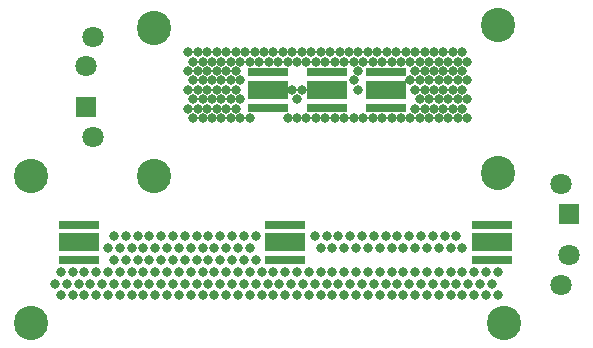
<source format=gts>
G04*
G04 #@! TF.GenerationSoftware,Altium Limited,Altium Designer,19.0.10 (269)*
G04*
G04 Layer_Color=8388736*
%FSLAX25Y25*%
%MOIN*%
G70*
G01*
G75*
%ADD14R,0.13792X0.02769*%
%ADD15R,0.13792X0.05918*%
%ADD16C,0.11430*%
%ADD17C,0.07099*%
%ADD18R,0.07099X0.07099*%
%ADD19C,0.03162*%
D14*
X127953Y80709D02*
D03*
Y92520D02*
D03*
X88583D02*
D03*
Y80709D02*
D03*
X108268Y92520D02*
D03*
Y80709D02*
D03*
X163386Y29921D02*
D03*
Y41732D02*
D03*
X94488Y29921D02*
D03*
Y41732D02*
D03*
X25591Y29921D02*
D03*
Y41732D02*
D03*
D15*
X127953Y86614D02*
D03*
X88583D02*
D03*
X108268Y86614D02*
D03*
X163386Y35827D02*
D03*
X94488Y35827D02*
D03*
X25591D02*
D03*
D16*
X9843Y57874D02*
D03*
X165355Y59055D02*
D03*
X50787Y57874D02*
D03*
Y107087D02*
D03*
X165355Y108268D02*
D03*
X167323Y9055D02*
D03*
X9843D02*
D03*
D17*
X186496Y21654D02*
D03*
Y55118D02*
D03*
X188976Y31496D02*
D03*
X30559Y104385D02*
D03*
Y70921D02*
D03*
X28079Y94543D02*
D03*
D18*
X188976Y45276D02*
D03*
X28079Y80763D02*
D03*
D19*
X62205Y86614D02*
D03*
X65355D02*
D03*
X68505D02*
D03*
X65355Y80315D02*
D03*
X62205D02*
D03*
X63780Y83465D02*
D03*
X71654Y86614D02*
D03*
X68505Y80315D02*
D03*
X66930Y77166D02*
D03*
X63780D02*
D03*
X71654Y80315D02*
D03*
X70079Y83465D02*
D03*
X66930D02*
D03*
X74804Y86614D02*
D03*
X77953D02*
D03*
X74804Y80315D02*
D03*
X70079Y77166D02*
D03*
X73229Y83465D02*
D03*
X77953Y80315D02*
D03*
X73229Y77166D02*
D03*
X76379Y83465D02*
D03*
Y77166D02*
D03*
X79528Y83465D02*
D03*
X165355Y25984D02*
D03*
Y18110D02*
D03*
X161418Y25984D02*
D03*
X163386Y22047D02*
D03*
X161418Y18110D02*
D03*
X157481Y25984D02*
D03*
X159449Y22047D02*
D03*
X157481Y18110D02*
D03*
X153544Y33858D02*
D03*
Y25984D02*
D03*
X155512Y22047D02*
D03*
X153544Y18110D02*
D03*
X151575Y37795D02*
D03*
X149607Y33858D02*
D03*
Y25984D02*
D03*
X151575Y22047D02*
D03*
X149607Y18110D02*
D03*
X147638Y37795D02*
D03*
X145670Y33858D02*
D03*
Y25984D02*
D03*
X147638Y22047D02*
D03*
X145670Y18110D02*
D03*
X143701Y37795D02*
D03*
X141733Y33858D02*
D03*
Y25984D02*
D03*
X143701Y22047D02*
D03*
X141733Y18110D02*
D03*
X139764Y37795D02*
D03*
X137796Y33858D02*
D03*
Y25984D02*
D03*
X139764Y22047D02*
D03*
X137796Y18110D02*
D03*
X135827Y37795D02*
D03*
X133859Y33858D02*
D03*
Y25984D02*
D03*
X135827Y22047D02*
D03*
X133859Y18110D02*
D03*
X131890Y37795D02*
D03*
X129922Y33858D02*
D03*
Y25984D02*
D03*
X131890Y22047D02*
D03*
X129922Y18110D02*
D03*
X127953Y37795D02*
D03*
X125985Y33858D02*
D03*
Y25984D02*
D03*
X127953Y22047D02*
D03*
X125985Y18110D02*
D03*
X124016Y37795D02*
D03*
X122048Y33858D02*
D03*
Y25984D02*
D03*
X124016Y22047D02*
D03*
X122048Y18110D02*
D03*
X120079Y37795D02*
D03*
X118111Y33858D02*
D03*
Y25984D02*
D03*
X120079Y22047D02*
D03*
X118111Y18110D02*
D03*
X116142Y37795D02*
D03*
X114174Y33858D02*
D03*
Y25984D02*
D03*
X116142Y22047D02*
D03*
X114174Y18110D02*
D03*
X112205Y37795D02*
D03*
X110237Y33858D02*
D03*
Y25984D02*
D03*
X112205Y22047D02*
D03*
X110237Y18110D02*
D03*
X108268Y37795D02*
D03*
X106299Y33858D02*
D03*
Y25984D02*
D03*
X108268Y22047D02*
D03*
X106299Y18110D02*
D03*
X104331Y37795D02*
D03*
X102363Y25984D02*
D03*
X104331Y22047D02*
D03*
X102363Y18110D02*
D03*
X98426Y25984D02*
D03*
X100394Y22047D02*
D03*
X98426Y18110D02*
D03*
X94489Y25984D02*
D03*
X96457Y22047D02*
D03*
X94489Y18110D02*
D03*
X90552Y25984D02*
D03*
X92520Y22047D02*
D03*
X90552Y18110D02*
D03*
X86615Y25984D02*
D03*
X88583Y22047D02*
D03*
X86615Y18110D02*
D03*
X84646Y37795D02*
D03*
X82678Y33858D02*
D03*
X84646Y29921D02*
D03*
X82678Y25984D02*
D03*
X84646Y22047D02*
D03*
X82678Y18110D02*
D03*
X80709Y37795D02*
D03*
X78741Y33858D02*
D03*
X80709Y29921D02*
D03*
X78741Y25984D02*
D03*
X80709Y22047D02*
D03*
X78741Y18110D02*
D03*
X76772Y37795D02*
D03*
X74804Y33858D02*
D03*
X76772Y29921D02*
D03*
X74804Y25984D02*
D03*
X76772Y22047D02*
D03*
X74804Y18110D02*
D03*
X72835Y37795D02*
D03*
X70866Y33858D02*
D03*
X72835Y29921D02*
D03*
X70866Y25984D02*
D03*
X72835Y22047D02*
D03*
X70866Y18110D02*
D03*
X68898Y37795D02*
D03*
X66929Y33858D02*
D03*
X68898Y29921D02*
D03*
X66929Y25984D02*
D03*
X68898Y22047D02*
D03*
X66929Y18110D02*
D03*
X64961Y37795D02*
D03*
X62992Y33858D02*
D03*
X64961Y29921D02*
D03*
X62992Y25984D02*
D03*
X64961Y22047D02*
D03*
X62992Y18110D02*
D03*
X61024Y37795D02*
D03*
X59055Y33858D02*
D03*
X61024Y29921D02*
D03*
X59055Y25984D02*
D03*
X61024Y22047D02*
D03*
X59055Y18110D02*
D03*
X57087Y37795D02*
D03*
X55118Y33858D02*
D03*
X57087Y29921D02*
D03*
X55118Y25984D02*
D03*
X57087Y22047D02*
D03*
X55118Y18110D02*
D03*
X53150Y37795D02*
D03*
X51181Y33858D02*
D03*
X53150Y29921D02*
D03*
X51181Y25984D02*
D03*
X53150Y22047D02*
D03*
X51181Y18110D02*
D03*
X49213Y37795D02*
D03*
X47244Y33858D02*
D03*
X49213Y29921D02*
D03*
X47244Y25984D02*
D03*
X49213Y22047D02*
D03*
X47244Y18110D02*
D03*
X45276Y37795D02*
D03*
X43307Y33858D02*
D03*
X45276Y29921D02*
D03*
X43307Y25984D02*
D03*
X45276Y22047D02*
D03*
X43307Y18110D02*
D03*
X41339Y37795D02*
D03*
X39370Y33858D02*
D03*
X41339Y29921D02*
D03*
X39370Y25984D02*
D03*
X41339Y22047D02*
D03*
X39370Y18110D02*
D03*
X37402Y37795D02*
D03*
X35433Y33858D02*
D03*
X37402Y29921D02*
D03*
X35433Y25984D02*
D03*
X37402Y22047D02*
D03*
X35433Y18110D02*
D03*
X31496Y25984D02*
D03*
X33465Y22047D02*
D03*
X31496Y18110D02*
D03*
X27559Y25984D02*
D03*
X29528Y22047D02*
D03*
X27559Y18110D02*
D03*
X23622Y25984D02*
D03*
X25591Y22047D02*
D03*
X23622Y18110D02*
D03*
X19685Y25984D02*
D03*
X21654Y22047D02*
D03*
X19685Y18110D02*
D03*
X17717Y22047D02*
D03*
X153544Y99213D02*
D03*
X155119Y96063D02*
D03*
X153544Y92914D02*
D03*
X155119Y89764D02*
D03*
X153544Y86614D02*
D03*
X155119Y83465D02*
D03*
X153544Y80315D02*
D03*
X155119Y77166D02*
D03*
X150394Y99213D02*
D03*
X151969Y96063D02*
D03*
X150394Y92914D02*
D03*
X151969Y89764D02*
D03*
X150394Y86614D02*
D03*
X151969Y83465D02*
D03*
X150394Y80315D02*
D03*
X151969Y77166D02*
D03*
X147245Y99213D02*
D03*
X148820Y96063D02*
D03*
X147245Y92914D02*
D03*
X148820Y89764D02*
D03*
X147245Y86614D02*
D03*
X148820Y83465D02*
D03*
X147245Y80315D02*
D03*
X148820Y77166D02*
D03*
X144095Y99213D02*
D03*
X145670Y96063D02*
D03*
X144095Y92914D02*
D03*
X145670Y89764D02*
D03*
X144095Y86614D02*
D03*
X145670Y83465D02*
D03*
X144095Y80315D02*
D03*
X145670Y77166D02*
D03*
X140946Y99213D02*
D03*
X142520Y96063D02*
D03*
X140946Y92914D02*
D03*
X142520Y89764D02*
D03*
X140946Y86614D02*
D03*
X142520Y83465D02*
D03*
X140946Y80315D02*
D03*
X142520Y77166D02*
D03*
X137796Y99213D02*
D03*
X139371Y96063D02*
D03*
X137796Y92914D02*
D03*
X139371Y89764D02*
D03*
X137796Y86614D02*
D03*
X139371Y83465D02*
D03*
X137796Y80315D02*
D03*
X139371Y77166D02*
D03*
X134646Y99213D02*
D03*
X136221Y96063D02*
D03*
Y89764D02*
D03*
Y77166D02*
D03*
X131497Y99213D02*
D03*
X133072Y96063D02*
D03*
Y77166D02*
D03*
X128347Y99213D02*
D03*
X129922Y96063D02*
D03*
Y77166D02*
D03*
X125198Y99213D02*
D03*
X126772Y96063D02*
D03*
Y77166D02*
D03*
X122048Y99213D02*
D03*
X123623Y96063D02*
D03*
Y77166D02*
D03*
X118898Y99213D02*
D03*
X120473Y96063D02*
D03*
X118898Y92914D02*
D03*
Y86614D02*
D03*
X120473Y77166D02*
D03*
X115749Y99213D02*
D03*
X117324Y96063D02*
D03*
Y89764D02*
D03*
Y77166D02*
D03*
X112599Y99213D02*
D03*
X114174Y96063D02*
D03*
Y77166D02*
D03*
X109450Y99213D02*
D03*
X111024Y96063D02*
D03*
Y77166D02*
D03*
X106300Y99213D02*
D03*
X107875Y96063D02*
D03*
Y77166D02*
D03*
X103150Y99213D02*
D03*
X104725Y96063D02*
D03*
Y77166D02*
D03*
X100001Y99213D02*
D03*
X101576Y96063D02*
D03*
X100001Y86614D02*
D03*
X101576Y77166D02*
D03*
X96851Y99213D02*
D03*
X98426Y96063D02*
D03*
X96851Y86614D02*
D03*
X98426Y83465D02*
D03*
Y77166D02*
D03*
X93701Y99213D02*
D03*
X95276Y96063D02*
D03*
Y77166D02*
D03*
X90552Y99213D02*
D03*
X92127Y96063D02*
D03*
X87402Y99213D02*
D03*
X88977Y96063D02*
D03*
X84253Y99213D02*
D03*
X85827Y96063D02*
D03*
X81103Y99213D02*
D03*
X82678Y96063D02*
D03*
Y77166D02*
D03*
X77953Y99213D02*
D03*
X79528Y96063D02*
D03*
X77953Y92914D02*
D03*
X79528Y89764D02*
D03*
Y77166D02*
D03*
X74804Y99213D02*
D03*
X76379Y96063D02*
D03*
X74804Y92914D02*
D03*
X76379Y89764D02*
D03*
X71654Y99213D02*
D03*
X73229Y96063D02*
D03*
X71654Y92914D02*
D03*
X73229Y89764D02*
D03*
X68505Y99213D02*
D03*
X70079Y96063D02*
D03*
X68505Y92914D02*
D03*
X70079Y89764D02*
D03*
X65355Y99213D02*
D03*
X66930Y96063D02*
D03*
X65355Y92914D02*
D03*
X66930Y89764D02*
D03*
X62205Y99213D02*
D03*
X63780Y96063D02*
D03*
X62205Y92914D02*
D03*
X63780Y89764D02*
D03*
M02*

</source>
